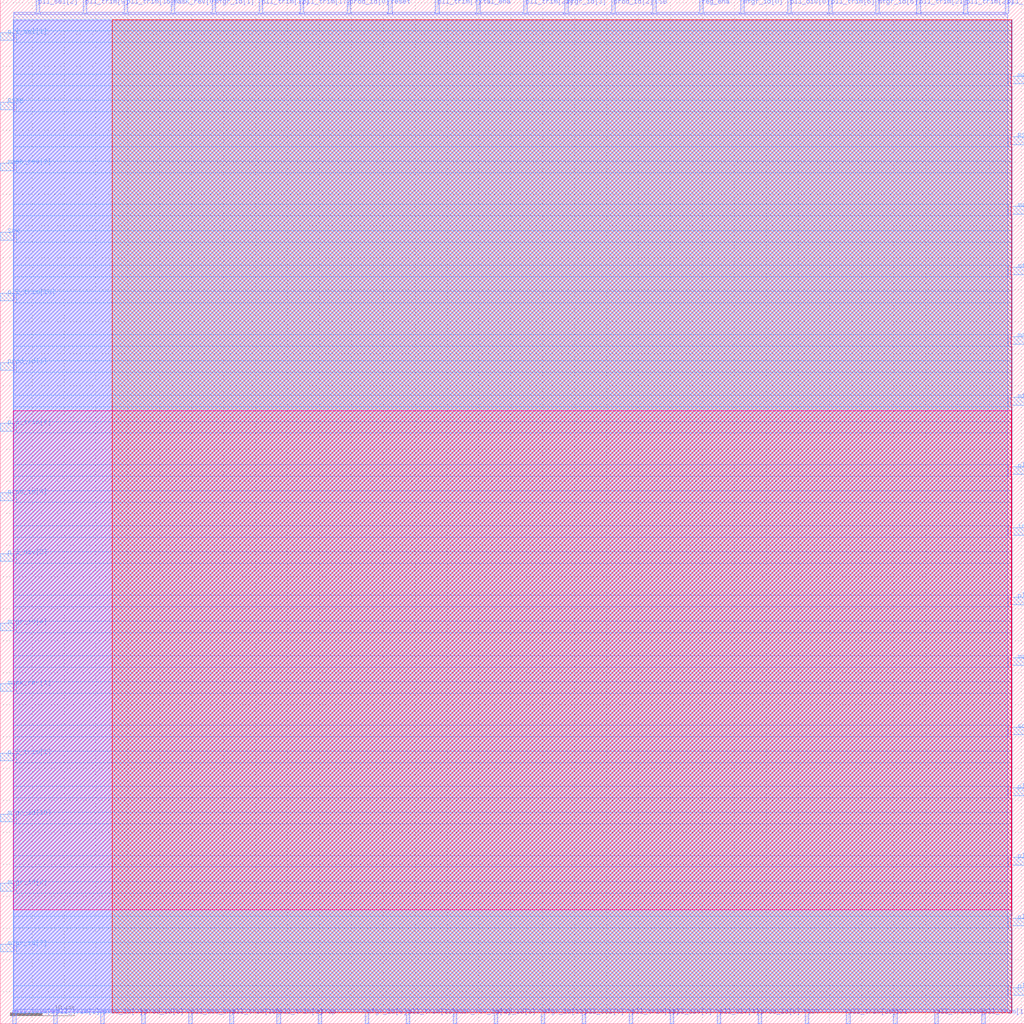
<source format=lef>
VERSION 5.3 ;
   NAMESCASESENSITIVE ON ;
   NOWIREEXTENSIONATPIN ON ;
   DIVIDERCHAR "/" ;
   BUSBITCHARS "[]" ;
UNITS
   DATABASE MICRONS 1000 ;
END UNITS

MACRO striVe_spi
   CLASS BLOCK ;
   FOREIGN striVe_spi ;
   ORIGIN -0.0000 -0.0000 ;
   SIZE 160.4400 BY 160.4400 ;
   PIN RSTB
      DIRECTION INPUT ;
      PORT
         LAYER met3 ;
	    RECT 0.0000 143.1800 2.2000 144.3800 ;
      END
   END RSTB
   PIN SCK
      DIRECTION INPUT ;
      PORT
         LAYER met3 ;
	    RECT 0.0000 122.7800 2.2000 123.9800 ;
      END
   END SCK
   PIN SDI
      DIRECTION INPUT ;
      PORT
         LAYER met2 ;
	    RECT 139.9500 0.0000 140.5100 2.1200 ;
      END
   END SDI
   PIN CSB
      DIRECTION INPUT ;
      PORT
         LAYER met2 ;
	    RECT 102.2300 158.3200 102.7900 160.4400 ;
      END
   END CSB
   PIN SDO
      DIRECTION OUTPUT TRISTATE ;
      PORT
         LAYER met2 ;
	    RECT 126.1500 0.0000 126.7100 2.1200 ;
      END
   END SDO
   PIN sdo_enb
      DIRECTION OUTPUT TRISTATE ;
      PORT
         LAYER met3 ;
	    RECT 158.2400 45.2600 160.4400 46.4600 ;
      END
   END sdo_enb
   PIN xtal_ena
      DIRECTION OUTPUT TRISTATE ;
      PORT
         LAYER met2 ;
	    RECT 74.6300 158.3200 75.1900 160.4400 ;
      END
   END xtal_ena
   PIN reg_ena
      DIRECTION OUTPUT TRISTATE ;
      PORT
         LAYER met2 ;
	    RECT 109.5900 158.3200 110.1500 160.4400 ;
      END
   END reg_ena
   PIN pll_dco_ena
      DIRECTION OUTPUT TRISTATE ;
      PORT
         LAYER met2 ;
	    RECT 29.5500 0.0000 30.1100 2.1200 ;
      END
   END pll_dco_ena
   PIN pll_div[4]
      DIRECTION OUTPUT TRISTATE ;
      PORT
         LAYER met2 ;
	    RECT 112.3500 0.0000 112.9100 2.1200 ;
      END
   END pll_div[4]
   PIN pll_div[3]
      DIRECTION OUTPUT TRISTATE ;
      PORT
         LAYER met2 ;
	    RECT 104.9900 0.0000 105.5500 2.1200 ;
      END
   END pll_div[3]
   PIN pll_div[2]
      DIRECTION OUTPUT TRISTATE ;
      PORT
         LAYER met3 ;
	    RECT 0.0000 72.4600 2.2000 73.6600 ;
      END
   END pll_div[2]
   PIN pll_div[1]
      DIRECTION OUTPUT TRISTATE ;
      PORT
         LAYER met3 ;
	    RECT 158.2400 35.7400 160.4400 36.9400 ;
      END
   END pll_div[1]
   PIN pll_div[0]
      DIRECTION OUTPUT TRISTATE ;
      PORT
         LAYER met2 ;
	    RECT 123.3900 158.3200 123.9500 160.4400 ;
      END
   END pll_div[0]
   PIN pll_sel[2]
      DIRECTION OUTPUT TRISTATE ;
      PORT
         LAYER met2 ;
	    RECT 5.6300 158.3200 6.1900 160.4400 ;
      END
   END pll_sel[2]
   PIN pll_sel[1]
      DIRECTION OUTPUT TRISTATE ;
      PORT
         LAYER met3 ;
	    RECT 0.0000 154.0600 2.2000 155.2600 ;
      END
   END pll_sel[1]
   PIN pll_sel[0]
      DIRECTION OUTPUT TRISTATE ;
      PORT
         LAYER met2 ;
	    RECT 91.1900 0.0000 91.7500 2.1200 ;
      END
   END pll_sel[0]
   PIN pll_trim[25]
      DIRECTION OUTPUT TRISTATE ;
      PORT
         LAYER met2 ;
	    RECT 132.5900 0.0000 133.1500 2.1200 ;
      END
   END pll_trim[25]
   PIN pll_trim[24]
      DIRECTION OUTPUT TRISTATE ;
      PORT
         LAYER met3 ;
	    RECT 158.2400 4.4600 160.4400 5.6600 ;
      END
   END pll_trim[24]
   PIN pll_trim[23]
      DIRECTION OUTPUT TRISTATE ;
      PORT
         LAYER met2 ;
	    RECT 150.9900 158.3200 151.5500 160.4400 ;
      END
   END pll_trim[23]
   PIN pll_trim[22]
      DIRECTION OUTPUT TRISTATE ;
      PORT
         LAYER met2 ;
	    RECT 81.9900 158.3200 82.5500 160.4400 ;
      END
   END pll_trim[22]
   PIN pll_trim[21]
      DIRECTION OUTPUT TRISTATE ;
      PORT
         LAYER met2 ;
	    RECT 143.6300 158.3200 144.1900 160.4400 ;
      END
   END pll_trim[21]
   PIN pll_trim[20]
      DIRECTION OUTPUT TRISTATE ;
      PORT
         LAYER met3 ;
	    RECT 158.2400 15.3400 160.4400 16.5400 ;
      END
   END pll_trim[20]
   PIN pll_trim[19]
      DIRECTION OUTPUT TRISTATE ;
      PORT
         LAYER met2 ;
	    RECT 153.7500 0.0000 154.3100 2.1200 ;
      END
   END pll_trim[19]
   PIN pll_trim[18]
      DIRECTION OUTPUT TRISTATE ;
      PORT
         LAYER met2 ;
	    RECT 35.9900 0.0000 36.5500 2.1200 ;
      END
   END pll_trim[18]
   PIN pll_trim[17]
      DIRECTION OUTPUT TRISTATE ;
      PORT
         LAYER met2 ;
	    RECT 47.0300 158.3200 47.5900 160.4400 ;
      END
   END pll_trim[17]
   PIN pll_trim[16]
      DIRECTION OUTPUT TRISTATE ;
      PORT
         LAYER met2 ;
	    RECT 19.4300 158.3200 19.9900 160.4400 ;
      END
   END pll_trim[16]
   PIN pll_trim[15]
      DIRECTION OUTPUT TRISTATE ;
      PORT
         LAYER met2 ;
	    RECT 146.3900 0.0000 146.9500 2.1200 ;
      END
   END pll_trim[15]
   PIN pll_trim[14]
      DIRECTION OUTPUT TRISTATE ;
      PORT
         LAYER met2 ;
	    RECT 98.5500 0.0000 99.1100 2.1200 ;
      END
   END pll_trim[14]
   PIN pll_trim[13]
      DIRECTION OUTPUT TRISTATE ;
      PORT
         LAYER met2 ;
	    RECT 63.5900 0.0000 64.1500 2.1200 ;
      END
   END pll_trim[13]
   PIN pll_trim[12]
      DIRECTION OUTPUT TRISTATE ;
      PORT
         LAYER met2 ;
	    RECT 40.5900 158.3200 41.1500 160.4400 ;
      END
   END pll_trim[12]
   PIN pll_trim[11]
      DIRECTION OUTPUT TRISTATE ;
      PORT
         LAYER met2 ;
	    RECT 157.4300 158.3200 157.9900 160.4400 ;
      END
   END pll_trim[11]
   PIN pll_trim[10]
      DIRECTION OUTPUT TRISTATE ;
      PORT
         LAYER met3 ;
	    RECT 0.0000 113.2600 2.2000 114.4600 ;
      END
   END pll_trim[10]
   PIN pll_trim[9]
      DIRECTION OUTPUT TRISTATE ;
      PORT
         LAYER met2 ;
	    RECT 12.9900 158.3200 13.5500 160.4400 ;
      END
   END pll_trim[9]
   PIN pll_trim[8]
      DIRECTION OUTPUT TRISTATE ;
      PORT
         LAYER met2 ;
	    RECT 43.3500 0.0000 43.9100 2.1200 ;
      END
   END pll_trim[8]
   PIN pll_trim[7]
      DIRECTION OUTPUT TRISTATE ;
      PORT
         LAYER met2 ;
	    RECT 68.1900 158.3200 68.7500 160.4400 ;
      END
   END pll_trim[7]
   PIN pll_trim[6]
      DIRECTION OUTPUT TRISTATE ;
      PORT
         LAYER met2 ;
	    RECT 129.8300 158.3200 130.3900 160.4400 ;
      END
   END pll_trim[6]
   PIN pll_trim[5]
      DIRECTION OUTPUT TRISTATE ;
      PORT
         LAYER met2 ;
	    RECT 1.9500 0.0000 2.5100 2.1200 ;
      END
   END pll_trim[5]
   PIN pll_trim[4]
      DIRECTION OUTPUT TRISTATE ;
      PORT
         LAYER met3 ;
	    RECT 0.0000 92.8600 2.2000 94.0600 ;
      END
   END pll_trim[4]
   PIN pll_trim[3]
      DIRECTION OUTPUT TRISTATE ;
      PORT
         LAYER met2 ;
	    RECT 8.3900 0.0000 8.9500 2.1200 ;
      END
   END pll_trim[3]
   PIN pll_trim[2]
      DIRECTION OUTPUT TRISTATE ;
      PORT
         LAYER met3 ;
	    RECT 158.2400 86.0600 160.4400 87.2600 ;
      END
   END pll_trim[2]
   PIN pll_trim[1]
      DIRECTION OUTPUT TRISTATE ;
      PORT
         LAYER met3 ;
	    RECT 0.0000 41.1800 2.2000 42.3800 ;
      END
   END pll_trim[1]
   PIN pll_trim[0]
      DIRECTION OUTPUT TRISTATE ;
      PORT
         LAYER met3 ;
	    RECT 158.2400 65.6600 160.4400 66.8600 ;
      END
   END pll_trim[0]
   PIN pll_bypass
      DIRECTION OUTPUT TRISTATE ;
      PORT
         LAYER met3 ;
	    RECT 158.2400 24.8600 160.4400 26.0600 ;
      END
   END pll_bypass
   PIN irq
      DIRECTION OUTPUT TRISTATE ;
      PORT
         LAYER met3 ;
	    RECT 158.2400 76.5400 160.4400 77.7400 ;
      END
   END irq
   PIN reset
      DIRECTION OUTPUT TRISTATE ;
      PORT
         LAYER met2 ;
	    RECT 60.8300 158.3200 61.3900 160.4400 ;
      END
   END reset
   PIN RST
      DIRECTION OUTPUT TRISTATE ;
      PORT
         LAYER met3 ;
	    RECT 158.2400 137.7400 160.4400 138.9400 ;
      END
   END RST
   PIN trap
      DIRECTION INPUT ;
      PORT
         LAYER met2 ;
	    RECT 49.7900 0.0000 50.3500 2.1200 ;
      END
   END trap
   PIN mfgr_id[11]
      DIRECTION OUTPUT TRISTATE ;
      PORT
         LAYER met2 ;
	    RECT 84.7500 0.0000 85.3100 2.1200 ;
      END
   END mfgr_id[11]
   PIN mfgr_id[10]
      DIRECTION OUTPUT TRISTATE ;
      PORT
         LAYER met3 ;
	    RECT 0.0000 31.6600 2.2000 32.8600 ;
      END
   END mfgr_id[10]
   PIN mfgr_id[9]
      DIRECTION OUTPUT TRISTATE ;
      PORT
         LAYER met3 ;
	    RECT 158.2400 96.9400 160.4400 98.1400 ;
      END
   END mfgr_id[9]
   PIN mfgr_id[8]
      DIRECTION OUTPUT TRISTATE ;
      PORT
         LAYER met3 ;
	    RECT 158.2400 117.3400 160.4400 118.5400 ;
      END
   END mfgr_id[8]
   PIN mfgr_id[7]
      DIRECTION OUTPUT TRISTATE ;
      PORT
         LAYER met3 ;
	    RECT 0.0000 11.2600 2.2000 12.4600 ;
      END
   END mfgr_id[7]
   PIN mfgr_id[6]
      DIRECTION OUTPUT TRISTATE ;
      PORT
         LAYER met2 ;
	    RECT 137.1900 158.3200 137.7500 160.4400 ;
      END
   END mfgr_id[6]
   PIN mfgr_id[5]
      DIRECTION OUTPUT TRISTATE ;
      PORT
         LAYER met2 ;
	    RECT 57.1500 0.0000 57.7100 2.1200 ;
      END
   END mfgr_id[5]
   PIN mfgr_id[4]
      DIRECTION OUTPUT TRISTATE ;
      PORT
         LAYER met3 ;
	    RECT 0.0000 61.5800 2.2000 62.7800 ;
      END
   END mfgr_id[4]
   PIN mfgr_id[3]
      DIRECTION OUTPUT TRISTATE ;
      PORT
         LAYER met2 ;
	    RECT 88.4300 158.3200 88.9900 160.4400 ;
      END
   END mfgr_id[3]
   PIN mfgr_id[2]
      DIRECTION OUTPUT TRISTATE ;
      PORT
         LAYER met3 ;
	    RECT 0.0000 20.7800 2.2000 21.9800 ;
      END
   END mfgr_id[2]
   PIN mfgr_id[1]
      DIRECTION OUTPUT TRISTATE ;
      PORT
         LAYER met2 ;
	    RECT 33.2300 158.3200 33.7900 160.4400 ;
      END
   END mfgr_id[1]
   PIN mfgr_id[0]
      DIRECTION OUTPUT TRISTATE ;
      PORT
         LAYER met2 ;
	    RECT 116.0300 158.3200 116.5900 160.4400 ;
      END
   END mfgr_id[0]
   PIN prod_id[7]
      DIRECTION OUTPUT TRISTATE ;
      PORT
         LAYER met2 ;
	    RECT 15.7500 0.0000 16.3100 2.1200 ;
      END
   END prod_id[7]
   PIN prod_id[6]
      DIRECTION OUTPUT TRISTATE ;
      PORT
         LAYER met2 ;
	    RECT 22.1900 0.0000 22.7500 2.1200 ;
      END
   END prod_id[6]
   PIN prod_id[5]
      DIRECTION OUTPUT TRISTATE ;
      PORT
         LAYER met2 ;
	    RECT 118.7900 0.0000 119.3500 2.1200 ;
      END
   END prod_id[5]
   PIN prod_id[4]
      DIRECTION OUTPUT TRISTATE ;
      PORT
         LAYER met3 ;
	    RECT 0.0000 81.9800 2.2000 83.1800 ;
      END
   END prod_id[4]
   PIN prod_id[3]
      DIRECTION OUTPUT TRISTATE ;
      PORT
         LAYER met2 ;
	    RECT 77.3900 0.0000 77.9500 2.1200 ;
      END
   END prod_id[3]
   PIN prod_id[2]
      DIRECTION OUTPUT TRISTATE ;
      PORT
         LAYER met2 ;
	    RECT 95.7900 158.3200 96.3500 160.4400 ;
      END
   END prod_id[2]
   PIN prod_id[1]
      DIRECTION OUTPUT TRISTATE ;
      PORT
         LAYER met3 ;
	    RECT 0.0000 102.3800 2.2000 103.5800 ;
      END
   END prod_id[1]
   PIN prod_id[0]
      DIRECTION OUTPUT TRISTATE ;
      PORT
         LAYER met2 ;
	    RECT 54.3900 158.3200 54.9500 160.4400 ;
      END
   END prod_id[0]
   PIN mask_rev_in[3]
      DIRECTION INPUT ;
      PORT
         LAYER met2 ;
	    RECT 70.9500 0.0000 71.5100 2.1200 ;
      END
   END mask_rev_in[3]
   PIN mask_rev_in[2]
      DIRECTION INPUT ;
      PORT
         LAYER met3 ;
	    RECT 158.2400 126.8600 160.4400 128.0600 ;
      END
   END mask_rev_in[2]
   PIN mask_rev_in[1]
      DIRECTION INPUT ;
      PORT
         LAYER met3 ;
	    RECT 158.2400 56.1400 160.4400 57.3400 ;
      END
   END mask_rev_in[1]
   PIN mask_rev_in[0]
      DIRECTION INPUT ;
      PORT
         LAYER met3 ;
	    RECT 158.2400 106.4600 160.4400 107.6600 ;
      END
   END mask_rev_in[0]
   PIN mask_rev[3]
      DIRECTION OUTPUT TRISTATE ;
      PORT
         LAYER met3 ;
	    RECT 158.2400 147.2600 160.4400 148.4600 ;
      END
   END mask_rev[3]
   PIN mask_rev[2]
      DIRECTION OUTPUT TRISTATE ;
      PORT
         LAYER met3 ;
	    RECT 0.0000 133.6600 2.2000 134.8600 ;
      END
   END mask_rev[2]
   PIN mask_rev[1]
      DIRECTION OUTPUT TRISTATE ;
      PORT
         LAYER met3 ;
	    RECT 0.0000 52.0600 2.2000 53.2600 ;
      END
   END mask_rev[1]
   PIN mask_rev[0]
      DIRECTION OUTPUT TRISTATE ;
      PORT
         LAYER met2 ;
	    RECT 26.7900 158.3200 27.3500 160.4400 ;
      END
   END mask_rev[0]
   OBS
         LAYER li1 ;
	    RECT 2.0000 1.9150 158.4000 157.1250 ;
         LAYER met1 ;
	    RECT 2.0000 1.7600 158.4000 157.2800 ;
         LAYER met2 ;
	    RECT 2.0900 158.1800 5.4900 158.4500 ;
	    RECT 6.3300 158.1800 12.8500 158.4500 ;
	    RECT 13.6900 158.1800 19.2900 158.4500 ;
	    RECT 20.1300 158.1800 26.6500 158.4500 ;
	    RECT 27.4900 158.1800 33.0900 158.4500 ;
	    RECT 33.9300 158.1800 40.4500 158.4500 ;
	    RECT 41.2900 158.1800 46.8900 158.4500 ;
	    RECT 47.7300 158.1800 54.2500 158.4500 ;
	    RECT 55.0900 158.1800 60.6900 158.4500 ;
	    RECT 61.5300 158.1800 68.0500 158.4500 ;
	    RECT 68.8900 158.1800 74.4900 158.4500 ;
	    RECT 75.3300 158.1800 81.8500 158.4500 ;
	    RECT 82.6900 158.1800 88.2900 158.4500 ;
	    RECT 89.1300 158.1800 95.6500 158.4500 ;
	    RECT 96.4900 158.1800 102.0900 158.4500 ;
	    RECT 102.9300 158.1800 109.4500 158.4500 ;
	    RECT 110.2900 158.1800 115.8900 158.4500 ;
	    RECT 116.7300 158.1800 123.2500 158.4500 ;
	    RECT 124.0900 158.1800 129.6900 158.4500 ;
	    RECT 130.5300 158.1800 137.0500 158.4500 ;
	    RECT 137.8900 158.1800 143.4900 158.4500 ;
	    RECT 144.3300 158.1800 150.8500 158.4500 ;
	    RECT 151.6900 158.1800 157.2900 158.4500 ;
	    RECT 2.0900 2.2600 157.8400 158.1800 ;
	    RECT 2.6500 1.7600 8.2500 2.2600 ;
	    RECT 9.0900 1.7600 15.6100 2.2600 ;
	    RECT 16.4500 1.7600 22.0500 2.2600 ;
	    RECT 22.8900 1.7600 29.4100 2.2600 ;
	    RECT 30.2500 1.7600 35.8500 2.2600 ;
	    RECT 36.6900 1.7600 43.2100 2.2600 ;
	    RECT 44.0500 1.7600 49.6500 2.2600 ;
	    RECT 50.4900 1.7600 57.0100 2.2600 ;
	    RECT 57.8500 1.7600 63.4500 2.2600 ;
	    RECT 64.2900 1.7600 70.8100 2.2600 ;
	    RECT 71.6500 1.7600 77.2500 2.2600 ;
	    RECT 78.0900 1.7600 84.6100 2.2600 ;
	    RECT 85.4500 1.7600 91.0500 2.2600 ;
	    RECT 91.8900 1.7600 98.4100 2.2600 ;
	    RECT 99.2500 1.7600 104.8500 2.2600 ;
	    RECT 105.6900 1.7600 112.2100 2.2600 ;
	    RECT 113.0500 1.7600 118.6500 2.2600 ;
	    RECT 119.4900 1.7600 126.0100 2.2600 ;
	    RECT 126.8500 1.7600 132.4500 2.2600 ;
	    RECT 133.2900 1.7600 139.8100 2.2600 ;
	    RECT 140.6500 1.7600 146.2500 2.2600 ;
	    RECT 147.0900 1.7600 153.6100 2.2600 ;
	    RECT 154.4500 1.7600 157.8400 2.2600 ;
         LAYER met3 ;
	    RECT 2.0650 155.5600 158.5300 157.2800 ;
	    RECT 2.5000 153.7600 158.5300 155.5600 ;
	    RECT 2.0650 148.7600 158.5300 153.7600 ;
	    RECT 2.0650 146.9600 157.9400 148.7600 ;
	    RECT 2.0650 144.6800 158.5300 146.9600 ;
	    RECT 2.5000 142.8800 158.5300 144.6800 ;
	    RECT 2.0650 139.2400 158.5300 142.8800 ;
	    RECT 2.0650 137.4400 157.9400 139.2400 ;
	    RECT 2.0650 135.1600 158.5300 137.4400 ;
	    RECT 2.5000 133.3600 158.5300 135.1600 ;
	    RECT 2.0650 128.3600 158.5300 133.3600 ;
	    RECT 2.0650 126.5600 157.9400 128.3600 ;
	    RECT 2.0650 124.2800 158.5300 126.5600 ;
	    RECT 2.5000 122.4800 158.5300 124.2800 ;
	    RECT 2.0650 118.8400 158.5300 122.4800 ;
	    RECT 2.0650 117.0400 157.9400 118.8400 ;
	    RECT 2.0650 114.7600 158.5300 117.0400 ;
	    RECT 2.5000 112.9600 158.5300 114.7600 ;
	    RECT 2.0650 107.9600 158.5300 112.9600 ;
	    RECT 2.0650 106.1600 157.9400 107.9600 ;
	    RECT 2.0650 103.8800 158.5300 106.1600 ;
	    RECT 2.5000 102.0800 158.5300 103.8800 ;
	    RECT 2.0650 98.4400 158.5300 102.0800 ;
	    RECT 2.0650 96.6400 157.9400 98.4400 ;
	    RECT 2.0650 94.3600 158.5300 96.6400 ;
	    RECT 2.5000 92.5600 158.5300 94.3600 ;
	    RECT 2.0650 87.5600 158.5300 92.5600 ;
	    RECT 2.0650 85.7600 157.9400 87.5600 ;
	    RECT 2.0650 83.4800 158.5300 85.7600 ;
	    RECT 2.5000 81.6800 158.5300 83.4800 ;
	    RECT 2.0650 78.0400 158.5300 81.6800 ;
	    RECT 2.0650 76.2400 157.9400 78.0400 ;
	    RECT 2.0650 73.9600 158.5300 76.2400 ;
	    RECT 2.5000 72.1600 158.5300 73.9600 ;
	    RECT 2.0650 67.1600 158.5300 72.1600 ;
	    RECT 2.0650 65.3600 157.9400 67.1600 ;
	    RECT 2.0650 63.0800 158.5300 65.3600 ;
	    RECT 2.5000 61.2800 158.5300 63.0800 ;
	    RECT 2.0650 57.6400 158.5300 61.2800 ;
	    RECT 2.0650 55.8400 157.9400 57.6400 ;
	    RECT 2.0650 53.5600 158.5300 55.8400 ;
	    RECT 2.5000 51.7600 158.5300 53.5600 ;
	    RECT 2.0650 46.7600 158.5300 51.7600 ;
	    RECT 2.0650 44.9600 157.9400 46.7600 ;
	    RECT 2.0650 42.6800 158.5300 44.9600 ;
	    RECT 2.5000 40.8800 158.5300 42.6800 ;
	    RECT 2.0650 37.2400 158.5300 40.8800 ;
	    RECT 2.0650 35.4400 157.9400 37.2400 ;
	    RECT 2.0650 33.1600 158.5300 35.4400 ;
	    RECT 2.5000 31.3600 158.5300 33.1600 ;
	    RECT 2.0650 26.3600 158.5300 31.3600 ;
	    RECT 2.0650 24.5600 157.9400 26.3600 ;
	    RECT 2.0650 22.2800 158.5300 24.5600 ;
	    RECT 2.5000 20.4800 158.5300 22.2800 ;
	    RECT 2.0650 16.8400 158.5300 20.4800 ;
	    RECT 2.0650 15.0400 157.9400 16.8400 ;
	    RECT 2.0650 12.7600 158.5300 15.0400 ;
	    RECT 2.5000 10.9600 158.5300 12.7600 ;
	    RECT 2.0650 5.9600 158.5300 10.9600 ;
	    RECT 2.0650 4.1600 157.9400 5.9600 ;
	    RECT 2.0650 1.7600 158.5300 4.1600 ;
         LAYER met4 ;
	    RECT 17.5200 1.7600 158.5050 157.2800 ;
         LAYER met5 ;
	    RECT 2.0000 17.8500 158.4000 96.0400 ;
   END
END striVe_spi

</source>
